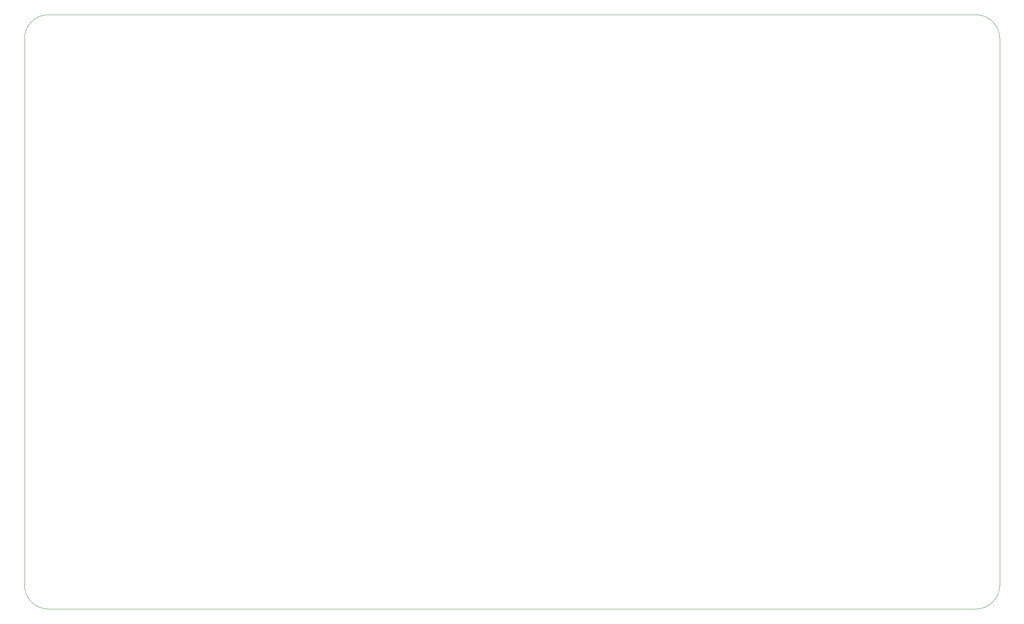
<source format=gbr>
G04 #@! TF.GenerationSoftware,KiCad,Pcbnew,(5.1.4)-1*
G04 #@! TF.CreationDate,2020-08-06T21:16:19-04:00*
G04 #@! TF.ProjectId,mtg_life_counter,6d74675f-6c69-4666-955f-636f756e7465,0.1*
G04 #@! TF.SameCoordinates,Original*
G04 #@! TF.FileFunction,Profile,NP*
%FSLAX46Y46*%
G04 Gerber Fmt 4.6, Leading zero omitted, Abs format (unit mm)*
G04 Created by KiCad (PCBNEW (5.1.4)-1) date 2020-08-06 21:16:19*
%MOMM*%
%LPD*%
G04 APERTURE LIST*
%ADD10C,0.050000*%
G04 APERTURE END LIST*
D10*
X228600000Y-25400000D02*
G75*
G02X233680000Y-30480000I0J-5080000D01*
G01*
X25400000Y-30480000D02*
G75*
G02X30480000Y-25400000I5080000J0D01*
G01*
X233680000Y-147320000D02*
G75*
G02X228600000Y-152400000I-5080000J0D01*
G01*
X30480000Y-152400000D02*
G75*
G02X25400000Y-147320000I0J5080000D01*
G01*
X228600000Y-25400000D02*
X30480000Y-25400000D01*
X233680000Y-147320000D02*
X233680000Y-30480000D01*
X25400000Y-147320000D02*
X25400000Y-30480000D01*
X30480000Y-152400000D02*
X228600000Y-152400000D01*
M02*

</source>
